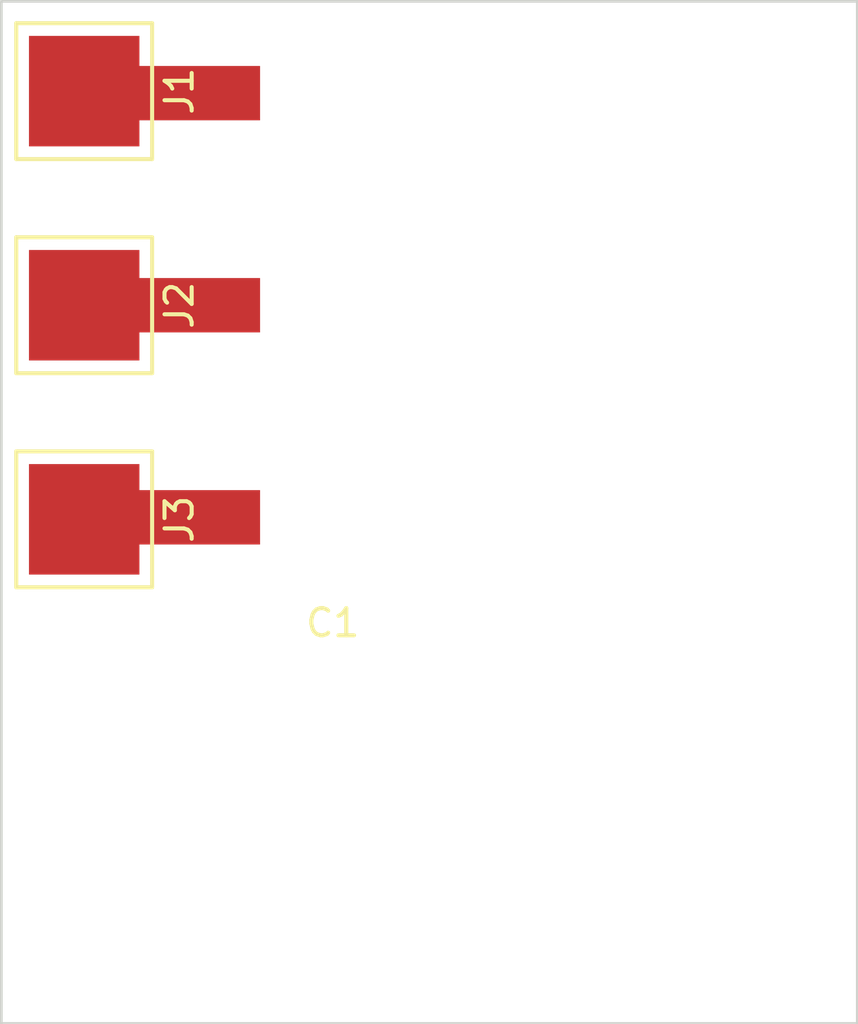
<source format=kicad_pcb>
(kicad_pcb (version 20171130) (host pcbnew 5.1.8-db9833491~88~ubuntu18.04.1)

  (general
    (thickness 1.6)
    (drawings 6)
    (tracks 3)
    (zones 0)
    (modules 6)
    (nets 4)
  )

  (page A4)
  (layers
    (0 F.Cu signal)
    (31 B.Cu signal)
    (32 B.Adhes user)
    (33 F.Adhes user)
    (34 B.Paste user)
    (35 F.Paste user)
    (36 B.SilkS user)
    (37 F.SilkS user)
    (38 B.Mask user)
    (39 F.Mask user)
    (40 Dwgs.User user)
    (41 Cmts.User user)
    (42 Eco1.User user)
    (43 Eco2.User user)
    (44 Edge.Cuts user)
    (45 Margin user)
    (46 B.CrtYd user)
    (47 F.CrtYd user)
    (48 B.Fab user)
    (49 F.Fab user)
  )

  (setup
    (last_trace_width 0.25)
    (user_trace_width 0.381)
    (user_trace_width 0.508)
    (user_trace_width 0.635)
    (user_trace_width 1.27)
    (trace_clearance 0.2)
    (zone_clearance 0.508)
    (zone_45_only no)
    (trace_min 0.2)
    (via_size 0.8)
    (via_drill 0.4)
    (via_min_size 0.4)
    (via_min_drill 0.3)
    (uvia_size 0.3)
    (uvia_drill 0.1)
    (uvias_allowed no)
    (uvia_min_size 0.2)
    (uvia_min_drill 0.1)
    (edge_width 0.1)
    (segment_width 0.2)
    (pcb_text_width 0.3)
    (pcb_text_size 1.5 1.5)
    (mod_edge_width 0.15)
    (mod_text_size 1 1)
    (mod_text_width 0.15)
    (pad_size 1.524 1.524)
    (pad_drill 0.762)
    (pad_to_mask_clearance 0)
    (aux_axis_origin 0 0)
    (visible_elements FFFFFF7F)
    (pcbplotparams
      (layerselection 0x010fc_ffffffff)
      (usegerberextensions false)
      (usegerberattributes true)
      (usegerberadvancedattributes true)
      (creategerberjobfile true)
      (excludeedgelayer true)
      (linewidth 0.100000)
      (plotframeref false)
      (viasonmask false)
      (mode 1)
      (useauxorigin false)
      (hpglpennumber 1)
      (hpglpenspeed 20)
      (hpglpendiameter 15.000000)
      (psnegative false)
      (psa4output false)
      (plotreference true)
      (plotvalue true)
      (plotinvisibletext false)
      (padsonsilk false)
      (subtractmaskfromsilk false)
      (outputformat 1)
      (mirror false)
      (drillshape 0)
      (scaleselection 1)
      (outputdirectory "output/"))
  )

  (net 0 "")
  (net 1 "Net-(C1-Pad3)")
  (net 2 "Net-(C1-Pad2)")
  (net 3 "Net-(C1-Pad1)")

  (net_class Default "This is the default net class."
    (clearance 0.2)
    (trace_width 0.25)
    (via_dia 0.8)
    (via_drill 0.4)
    (uvia_dia 0.3)
    (uvia_drill 0.1)
    (add_net "Net-(C1-Pad1)")
    (add_net "Net-(C1-Pad2)")
    (add_net "Net-(C1-Pad3)")
  )

  (module dpg_vcap:161-60-polyvaricon (layer F.Cu) (tedit 5FC1B3FC) (tstamp 5FC1D701)
    (at 157.48 -1066.8 270)
    (descr "161/60 polyvaricon")
    (tags polyvaricon)
    (path /5FC1DFFE)
    (attr smd)
    (fp_text reference C1 (at 11.684 8.128 180) (layer F.SilkS)
      (effects (font (size 1 1) (thickness 0.15)))
    )
    (fp_text value C_Variable_2_section (at 0 8.5 90) (layer F.Fab) hide
      (effects (font (size 1 1) (thickness 0.15)))
    )
    (fp_line (start 10.25 -8.75) (end 10.267766 8.499072) (layer F.CrtYd) (width 0.05))
    (fp_line (start -10.25 -8.75) (end -10.25 8.5) (layer F.CrtYd) (width 0.05))
    (fp_line (start -8.75 -10.25) (end 8.75 -10.25) (layer F.CrtYd) (width 0.05))
    (fp_line (start -8.5 10.25) (end 8.749999 10.249999) (layer F.CrtYd) (width 0.05))
    (fp_line (start -8.75 -9.75) (end 8.75 -9.75) (layer F.Fab) (width 0.12))
    (fp_line (start 9.75 -8.75) (end 9.75 8.75) (layer F.Fab) (width 0.12))
    (fp_line (start 8.75 9.75) (end -8.75 9.75) (layer F.Fab) (width 0.12))
    (fp_line (start -9.75 8.75) (end -9.75 -8.75) (layer F.Fab) (width 0.12))
    (fp_text user %R (at 11.684 8.382 180) (layer F.Fab)
      (effects (font (size 1 1) (thickness 0.15)))
    )
    (fp_arc (start 8.75 -8.75) (end 10.25 -8.75) (angle -90) (layer F.CrtYd) (width 0.05))
    (fp_arc (start -8.75 -8.75) (end -8.75 -10.25) (angle -90) (layer F.CrtYd) (width 0.05))
    (fp_arc (start 8.5 8.5) (end 8.749999 10.249999) (angle -81.9) (layer F.CrtYd) (width 0.05))
    (fp_arc (start -8.5 8.5) (end -10.25 8.5) (angle -90) (layer F.CrtYd) (width 0.05))
    (fp_arc (start -8.75 -8.75) (end -8.75 -9.75) (angle -90) (layer F.Fab) (width 0.12))
    (fp_arc (start 8.75 -8.75) (end 9.75 -8.75) (angle -90) (layer F.Fab) (width 0.12))
    (fp_arc (start -8.75 8.75) (end -9.75 8.75) (angle -90) (layer F.Fab) (width 0.12))
    (fp_arc (start 8.75 8.75) (end 8.75 9.75) (angle -90) (layer F.Fab) (width 0.12))
    (pad "" np_thru_hole circle (at 0 0 180) (size 4.5 4.5) (drill 4.5) (layers *.Cu *.Mask))
    (pad 3 smd rect (at 7.8 14.55 180) (size 7.5 2) (layers F.Cu F.Paste F.Mask)
      (net 1 "Net-(C1-Pad3)"))
    (pad 2 smd rect (at 0 14.55 180) (size 7.5 2) (layers F.Cu F.Paste F.Mask)
      (net 2 "Net-(C1-Pad2)"))
    (pad 1 smd rect (at -7.8 14.55 180) (size 7.5 2) (layers F.Cu F.Paste F.Mask)
      (net 3 "Net-(C1-Pad1)"))
    (pad "" np_thru_hole circle (at 7 0 180) (size 1.25 1.25) (drill 1.25) (layers *.Cu *.Mask))
    (pad "" np_thru_hole circle (at -7 0 180) (size 1.25 1.25) (drill 1.25) (layers *.Cu *.Mask))
    (model ${KISYS3DMOD}/TO_SOT_Packages_SMD.3dshapes/TO-50-3_LongPad-WithHole_Housing.wrl
      (offset (xyz -0.7619999885559082 3.301999950408935 -0.7619999885559082))
      (scale (xyz 1 1 1))
      (rotate (xyz 0 0 -90))
    )
  )

  (module Mounting_Holes:MountingHole_3.7mm (layer F.Cu) (tedit 56D1B4CB) (tstamp 5FC1D836)
    (at 157.48 -1052.449)
    (descr "Mounting Hole 3.7mm, no annular")
    (tags "mounting hole 3.7mm no annular")
    (path /5FC1FF81)
    (attr virtual)
    (fp_text reference H2 (at 5.588 -0.127) (layer F.SilkS) hide
      (effects (font (size 1 1) (thickness 0.15)))
    )
    (fp_text value MountingHole (at 0 4.7) (layer F.Fab) hide
      (effects (font (size 1 1) (thickness 0.15)))
    )
    (fp_circle (center 0 0) (end 3.7 0) (layer Cmts.User) (width 0.15))
    (fp_circle (center 0 0) (end 3.95 0) (layer F.CrtYd) (width 0.05))
    (fp_text user %R (at 0.3 0) (layer F.Fab)
      (effects (font (size 1 1) (thickness 0.15)))
    )
    (pad 1 np_thru_hole circle (at 0 0) (size 3.7 3.7) (drill 3.7) (layers *.Cu *.Mask))
  )

  (module Mounting_Holes:MountingHole_3.7mm (layer F.Cu) (tedit 56D1B4CB) (tstamp 5FC1D86B)
    (at 157.48 -1044.575)
    (descr "Mounting Hole 3.7mm, no annular")
    (tags "mounting hole 3.7mm no annular")
    (path /5FC1F81D)
    (attr virtual)
    (fp_text reference H1 (at 7.62 -0.889) (layer F.SilkS) hide
      (effects (font (size 1 1) (thickness 0.15)))
    )
    (fp_text value MountingHole (at 0 4.7) (layer F.Fab) hide
      (effects (font (size 1 1) (thickness 0.15)))
    )
    (fp_circle (center 0 0) (end 3.7 0) (layer Cmts.User) (width 0.15))
    (fp_circle (center 0 0) (end 3.95 0) (layer F.CrtYd) (width 0.05))
    (fp_text user %R (at 0.3 0) (layer F.Fab)
      (effects (font (size 1 1) (thickness 0.15)))
    )
    (pad 1 np_thru_hole circle (at 0 0) (size 3.7 3.7) (drill 3.7) (layers *.Cu *.Mask))
  )

  (module SMD_Packages:1Pin (layer F.Cu) (tedit 0) (tstamp 5FC1D6D4)
    (at 140.208 -1058.926 270)
    (descr "module 1 pin (ou trou mecanique de percage)")
    (tags DEV)
    (path /5FC1D571)
    (fp_text reference J3 (at 0 -3.50012 90) (layer F.SilkS)
      (effects (font (size 1 1) (thickness 0.15)))
    )
    (fp_text value Conn_01x01_Male (at 0.24892 3.74904 90) (layer F.Fab) hide
      (effects (font (size 1 1) (thickness 0.15)))
    )
    (fp_line (start -2.49936 2.49936) (end -2.49936 -2.49936) (layer F.SilkS) (width 0.15))
    (fp_line (start 2.49936 2.49936) (end -2.49936 2.49936) (layer F.SilkS) (width 0.15))
    (fp_line (start 2.49936 -2.49936) (end 2.49936 2.49936) (layer F.SilkS) (width 0.15))
    (fp_line (start -2.49936 -2.49936) (end 2.49936 -2.49936) (layer F.SilkS) (width 0.15))
    (pad 1 smd rect (at 0 0 270) (size 4.064 4.064) (layers F.Cu F.Paste F.Mask)
      (net 1 "Net-(C1-Pad3)"))
  )

  (module SMD_Packages:1Pin (layer F.Cu) (tedit 0) (tstamp 5FC1D802)
    (at 140.208 -1066.8 270)
    (descr "module 1 pin (ou trou mecanique de percage)")
    (tags DEV)
    (path /5FC1DA63)
    (fp_text reference J2 (at 0 -3.50012 90) (layer F.SilkS)
      (effects (font (size 1 1) (thickness 0.15)))
    )
    (fp_text value Conn_01x01_Male (at 0.24892 3.74904 90) (layer F.Fab) hide
      (effects (font (size 1 1) (thickness 0.15)))
    )
    (fp_line (start -2.49936 2.49936) (end -2.49936 -2.49936) (layer F.SilkS) (width 0.15))
    (fp_line (start 2.49936 2.49936) (end -2.49936 2.49936) (layer F.SilkS) (width 0.15))
    (fp_line (start 2.49936 -2.49936) (end 2.49936 2.49936) (layer F.SilkS) (width 0.15))
    (fp_line (start -2.49936 -2.49936) (end 2.49936 -2.49936) (layer F.SilkS) (width 0.15))
    (pad 1 smd rect (at 0 0 270) (size 4.064 4.064) (layers F.Cu F.Paste F.Mask)
      (net 2 "Net-(C1-Pad2)"))
  )

  (module SMD_Packages:1Pin (layer F.Cu) (tedit 0) (tstamp 5FC1E192)
    (at 140.208 -1074.674 270)
    (descr "module 1 pin (ou trou mecanique de percage)")
    (tags DEV)
    (path /5FC1CB36)
    (fp_text reference J1 (at 0 -3.50012 90) (layer F.SilkS)
      (effects (font (size 1 1) (thickness 0.15)))
    )
    (fp_text value Conn_01x01_Male (at 0.24892 3.74904 90) (layer F.Fab) hide
      (effects (font (size 1 1) (thickness 0.15)))
    )
    (fp_line (start -2.49936 2.49936) (end -2.49936 -2.49936) (layer F.SilkS) (width 0.15))
    (fp_line (start 2.49936 2.49936) (end -2.49936 2.49936) (layer F.SilkS) (width 0.15))
    (fp_line (start 2.49936 -2.49936) (end 2.49936 2.49936) (layer F.SilkS) (width 0.15))
    (fp_line (start -2.49936 -2.49936) (end 2.49936 -2.49936) (layer F.SilkS) (width 0.15))
    (pad 1 smd rect (at 0 0 270) (size 4.064 4.064) (layers F.Cu F.Paste F.Mask)
      (net 3 "Net-(C1-Pad1)"))
  )

  (dimension 13.97 (width 0.15) (layer Dwgs.User)
    (gr_text "13.970 mm" (at 153.005 -1066.8 270) (layer Dwgs.User)
      (effects (font (size 1 1) (thickness 0.15)))
    )
    (feature1 (pts (xy 157.48 -1059.815) (xy 153.718579 -1059.815)))
    (feature2 (pts (xy 157.48 -1073.785) (xy 153.718579 -1073.785)))
    (crossbar (pts (xy 154.305 -1073.785) (xy 154.305 -1059.815)))
    (arrow1a (pts (xy 154.305 -1059.815) (xy 153.718579 -1060.941504)))
    (arrow1b (pts (xy 154.305 -1059.815) (xy 154.891421 -1060.941504)))
    (arrow2a (pts (xy 154.305 -1073.785) (xy 153.718579 -1072.658496)))
    (arrow2b (pts (xy 154.305 -1073.785) (xy 154.891421 -1072.658496)))
  )
  (dimension 13.97 (width 0.15) (layer Dwgs.User)
    (gr_text "0.5500 in" (at 162.336 -1066.8 270) (layer Dwgs.User)
      (effects (font (size 1 1) (thickness 0.15)))
    )
    (feature1 (pts (xy 157.48 -1059.815) (xy 161.622421 -1059.815)))
    (feature2 (pts (xy 157.48 -1073.785) (xy 161.622421 -1073.785)))
    (crossbar (pts (xy 161.036 -1073.785) (xy 161.036 -1059.815)))
    (arrow1a (pts (xy 161.036 -1059.815) (xy 160.449579 -1060.941504)))
    (arrow1b (pts (xy 161.036 -1059.815) (xy 161.622421 -1060.941504)))
    (arrow2a (pts (xy 161.036 -1073.785) (xy 160.449579 -1072.658496)))
    (arrow2b (pts (xy 161.036 -1073.785) (xy 161.622421 -1072.658496)))
  )
  (gr_line (start 168.656 -1040.384) (end 168.656 -1077.976) (layer Edge.Cuts) (width 0.1) (tstamp 5FC1D90E))
  (gr_line (start 137.16 -1040.384) (end 137.16 -1077.976) (layer Edge.Cuts) (width 0.1) (tstamp 5FC1D4B1))
  (gr_line (start 168.656 -1040.384) (end 137.16 -1040.384) (layer Edge.Cuts) (width 0.1))
  (gr_line (start 137.16 -1077.976) (end 168.656 -1077.976) (layer Edge.Cuts) (width 0.1) (tstamp 5FC1D7BD))

  (segment (start 142.856 -1058.926) (end 142.93 -1059) (width 1.27) (layer F.Cu) (net 1))
  (segment (start 140.208 -1058.926) (end 142.856 -1058.926) (width 1.27) (layer F.Cu) (net 1))
  (segment (start 142.93 -1066.8) (end 140.208 -1066.8) (width 1.27) (layer F.Cu) (net 2))

)

</source>
